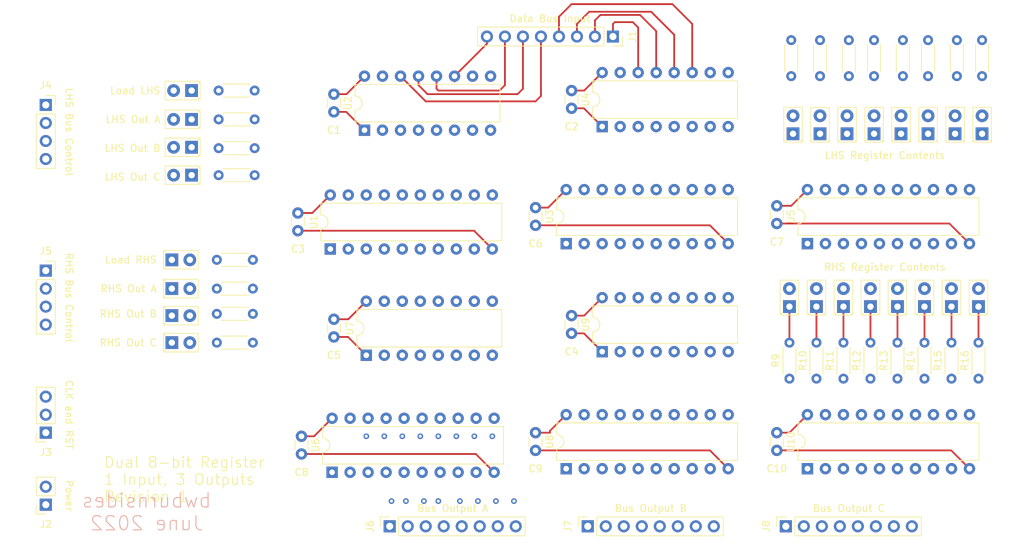
<source format=kicad_pcb>
(kicad_pcb (version 20171130) (host pcbnew "(5.1.10)-1")
  (layers (0 F.Cu signal) (31 B.Cu signal) (34 B.Paste user) (35 F.Paste user) (36 B.SilkS user) (37 F.SilkS user) (38 B.Mask user) (39 F.Mask user) (44 Edge.Cuts user))
  (net 0 "")
  (net 1 VCC)
  (net 2 GND)
  (net 3 /~ASSERT-OUTA_LHS)
  (net 4 /QLHS_7)
  (net 5 /OUTA_0)
  (net 6 /QLHS_6)
  (net 7 /OUTA_1)
  (net 8 /QLHS_5)
  (net 9 /OUTA_2)
  (net 10 /QLHS_4)
  (net 11 /OUTA_3)
  (net 12 /QLHS_3)
  (net 13 /OUTA_4)
  (net 14 /QLHS_2)
  (net 15 /OUTA_5)
  (net 16 /QLHS_1)
  (net 17 /OUTA_6)
  (net 18 /QLHS_0)
  (net 19 /OUTA_7)
  (net 20 /RST)
  (net 21 /~CLK)
  (net 22 /DBUS_4)
  (net 23 /DBUS_5)
  (net 24 /DBUS_6)
  (net 25 /DBUS_7)
  (net 26 /~LOAD_LHS)
  (net 27 /~ASSERT-OUTB_LHS)
  (net 28 /OUTB_0)
  (net 29 /OUTB_1)
  (net 30 /OUTB_2)
  (net 31 /OUTB_3)
  (net 32 /OUTB_4)
  (net 33 /OUTB_5)
  (net 34 /OUTB_6)
  (net 35 /OUTB_7)
  (net 36 /DBUS_0)
  (net 37 /DBUS_1)
  (net 38 /DBUS_2)
  (net 39 /DBUS_3)
  (net 40 /OUTC_7)
  (net 41 /OUTC_6)
  (net 42 /OUTC_5)
  (net 43 /OUTC_4)
  (net 44 /OUTC_3)
  (net 45 /OUTC_2)
  (net 46 /OUTC_1)
  (net 47 /OUTC_0)
  (net 48 /~ASSERT-OUTC_LHS)
  (net 49 /QRHS_0)
  (net 50 /QRHS_1)
  (net 51 /QRHS_2)
  (net 52 /QRHS_3)
  (net 53 /QRHS_4)
  (net 54 /QRHS_5)
  (net 55 /QRHS_6)
  (net 56 /QRHS_7)
  (net 57 /~ASSERT-OUTA_RHS)
  (net 58 /~LOAD_RHS)
  (net 59 /~ASSERT-OUTB_RHS)
  (net 60 /~ASSERT-OUTC_RHS)
  (net 61 "Net-(D1-Pad1)")
  (net 62 "Net-(D2-Pad1)")
  (net 63 "Net-(D3-Pad1)")
  (net 64 "Net-(D4-Pad1)")
  (net 65 "Net-(D5-Pad1)")
  (net 66 "Net-(D6-Pad1)")
  (net 67 "Net-(D7-Pad1)")
  (net 68 "Net-(D8-Pad1)")
  (net 69 "Net-(D9-Pad1)")
  (net 70 "Net-(D10-Pad1)")
  (net 71 "Net-(D11-Pad1)")
  (net 72 "Net-(D12-Pad1)")
  (net 73 "Net-(D13-Pad1)")
  (net 74 "Net-(D14-Pad1)")
  (net 75 "Net-(D15-Pad1)")
  (net 76 "Net-(D16-Pad1)")
  (net 77 "Net-(D17-Pad2)")
  (net 78 "Net-(D18-Pad2)")
  (net 79 "Net-(D19-Pad2)")
  (net 80 "Net-(D20-Pad2)")
  (net 81 "Net-(D21-Pad2)")
  (net 82 "Net-(D22-Pad2)")
  (net 83 "Net-(D23-Pad2)")
  (net 84 "Net-(D24-Pad2)")
  (module Resistor_THT:R_Axial_DIN0204_L3.6mm_D1.6mm_P5.08mm_Horizontal (layer F.Cu) (at 189.484 53.848 270)
    (fp_text reference R1 hide)
    (fp_text value R)
    (pad 2 thru_hole oval (at 5.08 0 270) (size 1.4 1.4) (drill 0.7) (layers *.Cu *.Mask) (net 61 "Net-(D1-Pad1)"))
    (pad 1 thru_hole circle (at 0 0 270) (size 1.4 1.4) (drill 0.7) (layers *.Cu *.Mask) (net 2 GND))
  )
  (module Resistor_THT:R_Axial_DIN0204_L3.6mm_D1.6mm_P5.08mm_Horizontal (layer F.Cu) (at 193.548 53.848 270)
    (fp_text reference R2 hide)
    (fp_text value R)
    (pad 2 thru_hole oval (at 5.08 0 270) (size 1.4 1.4) (drill 0.7) (layers *.Cu *.Mask) (net 62 "Net-(D2-Pad1)"))
    (pad 1 thru_hole circle (at 0 0 270) (size 1.4 1.4) (drill 0.7) (layers *.Cu *.Mask) (net 2 GND))
  )
  (module Resistor_THT:R_Axial_DIN0204_L3.6mm_D1.6mm_P5.08mm_Horizontal (layer F.Cu) (at 201.168 53.848 270)
    (fp_text reference R4 hide)
    (fp_text value R)
    (pad 2 thru_hole oval (at 5.08 0 270) (size 1.4 1.4) (drill 0.7) (layers *.Cu *.Mask) (net 64 "Net-(D4-Pad1)"))
    (pad 1 thru_hole circle (at 0 0 270) (size 1.4 1.4) (drill 0.7) (layers *.Cu *.Mask) (net 2 GND))
  )
  (module Resistor_THT:R_Axial_DIN0204_L3.6mm_D1.6mm_P5.08mm_Horizontal (layer F.Cu) (at 208.788 53.848 270)
    (fp_text reference R6 hide)
    (fp_text value R)
    (pad 2 thru_hole oval (at 5.08 0 270) (size 1.4 1.4) (drill 0.7) (layers *.Cu *.Mask) (net 66 "Net-(D6-Pad1)"))
    (pad 1 thru_hole circle (at 0 0 270) (size 1.4 1.4) (drill 0.7) (layers *.Cu *.Mask) (net 2 GND))
  )
  (module Resistor_THT:R_Axial_DIN0204_L3.6mm_D1.6mm_P5.08mm_Horizontal (layer F.Cu) (at 205.232 53.848 270)
    (fp_text reference R5 hide)
    (fp_text value R)
    (pad 1 thru_hole circle (at 0 0 270) (size 1.4 1.4) (drill 0.7) (layers *.Cu *.Mask) (net 2 GND))
    (pad 2 thru_hole oval (at 5.08 0 270) (size 1.4 1.4) (drill 0.7) (layers *.Cu *.Mask) (net 65 "Net-(D5-Pad1)"))
  )
  (module Resistor_THT:R_Axial_DIN0204_L3.6mm_D1.6mm_P5.08mm_Horizontal (layer F.Cu) (at 197.612 53.848 270)
    (fp_text reference R3 hide)
    (fp_text value R)
    (pad 1 thru_hole circle (at 0 0 270) (size 1.4 1.4) (drill 0.7) (layers *.Cu *.Mask) (net 2 GND))
    (pad 2 thru_hole oval (at 5.08 0 270) (size 1.4 1.4) (drill 0.7) (layers *.Cu *.Mask) (net 63 "Net-(D3-Pad1)"))
  )
  (module Resistor_THT:R_Axial_DIN0204_L3.6mm_D1.6mm_P5.08mm_Horizontal (layer F.Cu) (at 212.852 53.848 270)
    (fp_text reference R7 hide)
    (fp_text value R)
    (pad 1 thru_hole circle (at 0 0 270) (size 1.4 1.4) (drill 0.7) (layers *.Cu *.Mask) (net 2 GND))
    (pad 2 thru_hole oval (at 5.08 0 270) (size 1.4 1.4) (drill 0.7) (layers *.Cu *.Mask) (net 67 "Net-(D7-Pad1)"))
  )
  (module LED_THT:LED_D2.0mm_W4.8mm_H2.5mm_FlatTop (layer F.Cu) (at 189.738 67.056 90)
    (fp_text reference D1 hide)
    (fp_text value LED)
    (pad 1 thru_hole rect (at 0 0 90) (size 1.8 1.8) (drill 0.9) (layers *.Cu *.Mask) (net 61 "Net-(D1-Pad1)"))
    (pad 2 thru_hole circle (at 2.54 0 90) (size 1.8 1.8) (drill 0.9) (layers *.Cu *.Mask) (net 4 /QLHS_7))
  )
  (module LED_THT:LED_D2.0mm_W4.8mm_H2.5mm_FlatTop (layer F.Cu) (at 193.548 67.056 90)
    (fp_text reference D2 hide)
    (fp_text value LED)
    (pad 2 thru_hole circle (at 2.54 0 90) (size 1.8 1.8) (drill 0.9) (layers *.Cu *.Mask) (net 6 /QLHS_6))
    (pad 1 thru_hole rect (at 0 0 90) (size 1.8 1.8) (drill 0.9) (layers *.Cu *.Mask) (net 62 "Net-(D2-Pad1)"))
  )
  (module LED_THT:LED_D2.0mm_W4.8mm_H2.5mm_FlatTop (layer F.Cu) (at 208.788 67.056 90)
    (fp_text reference D6 hide)
    (fp_text value LED)
    (pad 2 thru_hole circle (at 2.54 0 90) (size 1.8 1.8) (drill 0.9) (layers *.Cu *.Mask) (net 14 /QLHS_2))
    (pad 1 thru_hole rect (at 0 0 90) (size 1.8 1.8) (drill 0.9) (layers *.Cu *.Mask) (net 66 "Net-(D6-Pad1)"))
  )
  (module LED_THT:LED_D2.0mm_W4.8mm_H2.5mm_FlatTop (layer F.Cu) (at 201.168 67.056 90)
    (fp_text reference D4 hide)
    (fp_text value LED)
    (pad 2 thru_hole circle (at 2.54 0 90) (size 1.8 1.8) (drill 0.9) (layers *.Cu *.Mask) (net 10 /QLHS_4))
    (pad 1 thru_hole rect (at 0 0 90) (size 1.8 1.8) (drill 0.9) (layers *.Cu *.Mask) (net 64 "Net-(D4-Pad1)"))
  )
  (module LED_THT:LED_D2.0mm_W4.8mm_H2.5mm_FlatTop (layer F.Cu) (at 212.598 67.056 90)
    (fp_text reference D7 hide)
    (fp_text value LED)
    (pad 1 thru_hole rect (at 0 0 90) (size 1.8 1.8) (drill 0.9) (layers *.Cu *.Mask) (net 67 "Net-(D7-Pad1)"))
    (pad 2 thru_hole circle (at 2.54 0 90) (size 1.8 1.8) (drill 0.9) (layers *.Cu *.Mask) (net 16 /QLHS_1))
  )
  (module LED_THT:LED_D2.0mm_W4.8mm_H2.5mm_FlatTop (layer F.Cu) (at 197.358 67.056 90)
    (fp_text reference D3 hide)
    (fp_text value LED)
    (pad 1 thru_hole rect (at 0 0 90) (size 1.8 1.8) (drill 0.9) (layers *.Cu *.Mask) (net 63 "Net-(D3-Pad1)"))
    (pad 2 thru_hole circle (at 2.54 0 90) (size 1.8 1.8) (drill 0.9) (layers *.Cu *.Mask) (net 8 /QLHS_5))
  )
  (module LED_THT:LED_D2.0mm_W4.8mm_H2.5mm_FlatTop (layer F.Cu) (at 204.978 67.056 90)
    (fp_text reference D5 hide)
    (fp_text value LED)
    (pad 1 thru_hole rect (at 0 0 90) (size 1.8 1.8) (drill 0.9) (layers *.Cu *.Mask) (net 65 "Net-(D5-Pad1)"))
    (pad 2 thru_hole circle (at 2.54 0 90) (size 1.8 1.8) (drill 0.9) (layers *.Cu *.Mask) (net 12 /QLHS_3))
  )
  (module Package_DIP:DIP-20_W7.62mm (layer F.Cu) (at 124.46 83.312 90)
    (fp_text reference U1 (at 3.81 -2.33 90) (layer F.SilkS))
    (fp_text value 74AC245)
    (pad 20 thru_hole oval (at 7.62 0 90) (size 1.6 1.6) (drill 0.8) (layers *.Cu *.Mask) (net 1 VCC))
    (pad 10 thru_hole oval (at 0 22.86 90) (size 1.6 1.6) (drill 0.8) (layers *.Cu *.Mask) (net 2 GND))
    (pad 19 thru_hole oval (at 7.62 2.54 90) (size 1.6 1.6) (drill 0.8) (layers *.Cu *.Mask) (net 3 /~ASSERT-OUTA_LHS))
    (pad 9 thru_hole oval (at 0 20.32 90) (size 1.6 1.6) (drill 0.8) (layers *.Cu *.Mask) (net 4 /QLHS_7))
    (pad 18 thru_hole oval (at 7.62 5.08 90) (size 1.6 1.6) (drill 0.8) (layers *.Cu *.Mask) (net 5 /OUTA_0))
    (pad 8 thru_hole oval (at 0 17.78 90) (size 1.6 1.6) (drill 0.8) (layers *.Cu *.Mask) (net 6 /QLHS_6))
    (pad 17 thru_hole oval (at 7.62 7.62 90) (size 1.6 1.6) (drill 0.8) (layers *.Cu *.Mask) (net 7 /OUTA_1))
    (pad 7 thru_hole oval (at 0 15.24 90) (size 1.6 1.6) (drill 0.8) (layers *.Cu *.Mask) (net 8 /QLHS_5))
    (pad 16 thru_hole oval (at 7.62 10.16 90) (size 1.6 1.6) (drill 0.8) (layers *.Cu *.Mask) (net 9 /OUTA_2))
    (pad 6 thru_hole oval (at 0 12.7 90) (size 1.6 1.6) (drill 0.8) (layers *.Cu *.Mask) (net 10 /QLHS_4))
    (pad 15 thru_hole oval (at 7.62 12.7 90) (size 1.6 1.6) (drill 0.8) (layers *.Cu *.Mask) (net 11 /OUTA_3))
    (pad 5 thru_hole oval (at 0 10.16 90) (size 1.6 1.6) (drill 0.8) (layers *.Cu *.Mask) (net 12 /QLHS_3))
    (pad 14 thru_hole oval (at 7.62 15.24 90) (size 1.6 1.6) (drill 0.8) (layers *.Cu *.Mask) (net 13 /OUTA_4))
    (pad 4 thru_hole oval (at 0 7.62 90) (size 1.6 1.6) (drill 0.8) (layers *.Cu *.Mask) (net 14 /QLHS_2))
    (pad 13 thru_hole oval (at 7.62 17.78 90) (size 1.6 1.6) (drill 0.8) (layers *.Cu *.Mask) (net 15 /OUTA_5))
    (pad 3 thru_hole oval (at 0 5.08 90) (size 1.6 1.6) (drill 0.8) (layers *.Cu *.Mask) (net 16 /QLHS_1))
    (pad 12 thru_hole oval (at 7.62 20.32 90) (size 1.6 1.6) (drill 0.8) (layers *.Cu *.Mask) (net 17 /OUTA_6))
    (pad 2 thru_hole oval (at 0 2.54 90) (size 1.6 1.6) (drill 0.8) (layers *.Cu *.Mask) (net 18 /QLHS_0))
    (pad 11 thru_hole oval (at 7.62 22.86 90) (size 1.6 1.6) (drill 0.8) (layers *.Cu *.Mask) (net 19 /OUTA_7))
    (pad 1 thru_hole rect (at 0 0 90) (size 1.6 1.6) (drill 0.8) (layers *.Cu *.Mask) (net 1 VCC))
  )
  (module Package_DIP:DIP-16_W7.62mm (layer F.Cu) (at 129.286 66.548 90)
    (fp_text reference U2 (at 3.81 -2.33 90) (layer F.SilkS))
    (fp_text value 74HC173)
    (pad 16 thru_hole oval (at 7.62 0 90) (size 1.6 1.6) (drill 0.8) (layers *.Cu *.Mask) (net 1 VCC))
    (pad 8 thru_hole oval (at 0 17.78 90) (size 1.6 1.6) (drill 0.8) (layers *.Cu *.Mask) (net 2 GND))
    (pad 15 thru_hole oval (at 7.62 2.54 90) (size 1.6 1.6) (drill 0.8) (layers *.Cu *.Mask) (net 20 /RST))
    (pad 7 thru_hole oval (at 0 15.24 90) (size 1.6 1.6) (drill 0.8) (layers *.Cu *.Mask) (net 21 /~CLK))
    (pad 14 thru_hole oval (at 7.62 5.08 90) (size 1.6 1.6) (drill 0.8) (layers *.Cu *.Mask) (net 22 /DBUS_4))
    (pad 6 thru_hole oval (at 0 12.7 90) (size 1.6 1.6) (drill 0.8) (layers *.Cu *.Mask) (net 4 /QLHS_7))
    (pad 13 thru_hole oval (at 7.62 7.62 90) (size 1.6 1.6) (drill 0.8) (layers *.Cu *.Mask) (net 23 /DBUS_5))
    (pad 5 thru_hole oval (at 0 10.16 90) (size 1.6 1.6) (drill 0.8) (layers *.Cu *.Mask) (net 6 /QLHS_6))
    (pad 12 thru_hole oval (at 7.62 10.16 90) (size 1.6 1.6) (drill 0.8) (layers *.Cu *.Mask) (net 24 /DBUS_6))
    (pad 4 thru_hole oval (at 0 7.62 90) (size 1.6 1.6) (drill 0.8) (layers *.Cu *.Mask) (net 8 /QLHS_5))
    (pad 11 thru_hole oval (at 7.62 12.7 90) (size 1.6 1.6) (drill 0.8) (layers *.Cu *.Mask) (net 25 /DBUS_7))
    (pad 3 thru_hole oval (at 0 5.08 90) (size 1.6 1.6) (drill 0.8) (layers *.Cu *.Mask) (net 10 /QLHS_4))
    (pad 10 thru_hole oval (at 7.62 15.24 90) (size 1.6 1.6) (drill 0.8) (layers *.Cu *.Mask) (net 26 /~LOAD_LHS))
    (pad 2 thru_hole oval (at 0 2.54 90) (size 1.6 1.6) (drill 0.8) (layers *.Cu *.Mask) (net 2 GND))
    (pad 9 thru_hole oval (at 7.62 17.78 90) (size 1.6 1.6) (drill 0.8) (layers *.Cu *.Mask) (net 26 /~LOAD_LHS))
    (pad 1 thru_hole rect (at 0 0 90) (size 1.6 1.6) (drill 0.8) (layers *.Cu *.Mask) (net 2 GND))
  )
  (module Package_DIP:DIP-20_W7.62mm (layer F.Cu) (at 157.734 82.55 90)
    (fp_text reference U3 (at 3.81 -2.33 90) (layer F.SilkS))
    (fp_text value 74AC245)
    (pad 20 thru_hole oval (at 7.62 0 90) (size 1.6 1.6) (drill 0.8) (layers *.Cu *.Mask) (net 1 VCC))
    (pad 10 thru_hole oval (at 0 22.86 90) (size 1.6 1.6) (drill 0.8) (layers *.Cu *.Mask) (net 2 GND))
    (pad 19 thru_hole oval (at 7.62 2.54 90) (size 1.6 1.6) (drill 0.8) (layers *.Cu *.Mask) (net 27 /~ASSERT-OUTB_LHS))
    (pad 9 thru_hole oval (at 0 20.32 90) (size 1.6 1.6) (drill 0.8) (layers *.Cu *.Mask) (net 4 /QLHS_7))
    (pad 18 thru_hole oval (at 7.62 5.08 90) (size 1.6 1.6) (drill 0.8) (layers *.Cu *.Mask) (net 28 /OUTB_0))
    (pad 8 thru_hole oval (at 0 17.78 90) (size 1.6 1.6) (drill 0.8) (layers *.Cu *.Mask) (net 6 /QLHS_6))
    (pad 17 thru_hole oval (at 7.62 7.62 90) (size 1.6 1.6) (drill 0.8) (layers *.Cu *.Mask) (net 29 /OUTB_1))
    (pad 7 thru_hole oval (at 0 15.24 90) (size 1.6 1.6) (drill 0.8) (layers *.Cu *.Mask) (net 8 /QLHS_5))
    (pad 16 thru_hole oval (at 7.62 10.16 90) (size 1.6 1.6) (drill 0.8) (layers *.Cu *.Mask) (net 30 /OUTB_2))
    (pad 6 thru_hole oval (at 0 12.7 90) (size 1.6 1.6) (drill 0.8) (layers *.Cu *.Mask) (net 10 /QLHS_4))
    (pad 15 thru_hole oval (at 7.62 12.7 90) (size 1.6 1.6) (drill 0.8) (layers *.Cu *.Mask) (net 31 /OUTB_3))
    (pad 5 thru_hole oval (at 0 10.16 90) (size 1.6 1.6) (drill 0.8) (layers *.Cu *.Mask) (net 12 /QLHS_3))
    (pad 14 thru_hole oval (at 7.62 15.24 90) (size 1.6 1.6) (drill 0.8) (layers *.Cu *.Mask) (net 32 /OUTB_4))
    (pad 4 thru_hole oval (at 0 7.62 90) (size 1.6 1.6) (drill 0.8) (layers *.Cu *.Mask) (net 14 /QLHS_2))
    (pad 13 thru_hole oval (at 7.62 17.78 90) (size 1.6 1.6) (drill 0.8) (layers *.Cu *.Mask) (net 33 /OUTB_5))
    (pad 3 thru_hole oval (at 0 5.08 90) (size 1.6 1.6) (drill 0.8) (layers *.Cu *.Mask) (net 16 /QLHS_1))
    (pad 12 thru_hole oval (at 7.62 20.32 90) (size 1.6 1.6) (drill 0.8) (layers *.Cu *.Mask) (net 34 /OUTB_6))
    (pad 2 thru_hole oval (at 0 2.54 90) (size 1.6 1.6) (drill 0.8) (layers *.Cu *.Mask) (net 18 /QLHS_0))
    (pad 11 thru_hole oval (at 7.62 22.86 90) (size 1.6 1.6) (drill 0.8) (layers *.Cu *.Mask) (net 35 /OUTB_7))
    (pad 1 thru_hole rect (at 0 0 90) (size 1.6 1.6) (drill 0.8) (layers *.Cu *.Mask) (net 1 VCC))
  )
  (module Package_DIP:DIP-16_W7.62mm (layer F.Cu) (at 162.814 66.04 90)
    (fp_text reference U4 (at 3.81 -2.33 90) (layer F.SilkS))
    (fp_text value 74HC173)
    (pad 16 thru_hole oval (at 7.62 0 90) (size 1.6 1.6) (drill 0.8) (layers *.Cu *.Mask) (net 1 VCC))
    (pad 8 thru_hole oval (at 0 17.78 90) (size 1.6 1.6) (drill 0.8) (layers *.Cu *.Mask) (net 2 GND))
    (pad 15 thru_hole oval (at 7.62 2.54 90) (size 1.6 1.6) (drill 0.8) (layers *.Cu *.Mask) (net 20 /RST))
    (pad 7 thru_hole oval (at 0 15.24 90) (size 1.6 1.6) (drill 0.8) (layers *.Cu *.Mask) (net 21 /~CLK))
    (pad 14 thru_hole oval (at 7.62 5.08 90) (size 1.6 1.6) (drill 0.8) (layers *.Cu *.Mask) (net 36 /DBUS_0))
    (pad 6 thru_hole oval (at 0 12.7 90) (size 1.6 1.6) (drill 0.8) (layers *.Cu *.Mask) (net 12 /QLHS_3))
    (pad 13 thru_hole oval (at 7.62 7.62 90) (size 1.6 1.6) (drill 0.8) (layers *.Cu *.Mask) (net 37 /DBUS_1))
    (pad 5 thru_hole oval (at 0 10.16 90) (size 1.6 1.6) (drill 0.8) (layers *.Cu *.Mask) (net 14 /QLHS_2))
    (pad 12 thru_hole oval (at 7.62 10.16 90) (size 1.6 1.6) (drill 0.8) (layers *.Cu *.Mask) (net 38 /DBUS_2))
    (pad 4 thru_hole oval (at 0 7.62 90) (size 1.6 1.6) (drill 0.8) (layers *.Cu *.Mask) (net 16 /QLHS_1))
    (pad 11 thru_hole oval (at 7.62 12.7 90) (size 1.6 1.6) (drill 0.8) (layers *.Cu *.Mask) (net 39 /DBUS_3))
    (pad 3 thru_hole oval (at 0 5.08 90) (size 1.6 1.6) (drill 0.8) (layers *.Cu *.Mask) (net 18 /QLHS_0))
    (pad 10 thru_hole oval (at 7.62 15.24 90) (size 1.6 1.6) (drill 0.8) (layers *.Cu *.Mask) (net 26 /~LOAD_LHS))
    (pad 2 thru_hole oval (at 0 2.54 90) (size 1.6 1.6) (drill 0.8) (layers *.Cu *.Mask) (net 2 GND))
    (pad 9 thru_hole oval (at 7.62 17.78 90) (size 1.6 1.6) (drill 0.8) (layers *.Cu *.Mask) (net 26 /~LOAD_LHS))
    (pad 1 thru_hole rect (at 0 0 90) (size 1.6 1.6) (drill 0.8) (layers *.Cu *.Mask) (net 2 GND))
  )
  (module Package_DIP:DIP-20_W7.62mm (layer F.Cu) (at 191.77 82.55 90)
    (fp_text reference U5 (at 3.81 -2.33 90) (layer F.SilkS))
    (fp_text value 74AC245)
    (pad 1 thru_hole rect (at 0 0 90) (size 1.6 1.6) (drill 0.8) (layers *.Cu *.Mask) (net 1 VCC))
    (pad 11 thru_hole oval (at 7.62 22.86 90) (size 1.6 1.6) (drill 0.8) (layers *.Cu *.Mask) (net 40 /OUTC_7))
    (pad 2 thru_hole oval (at 0 2.54 90) (size 1.6 1.6) (drill 0.8) (layers *.Cu *.Mask) (net 18 /QLHS_0))
    (pad 12 thru_hole oval (at 7.62 20.32 90) (size 1.6 1.6) (drill 0.8) (layers *.Cu *.Mask) (net 41 /OUTC_6))
    (pad 3 thru_hole oval (at 0 5.08 90) (size 1.6 1.6) (drill 0.8) (layers *.Cu *.Mask) (net 16 /QLHS_1))
    (pad 13 thru_hole oval (at 7.62 17.78 90) (size 1.6 1.6) (drill 0.8) (layers *.Cu *.Mask) (net 42 /OUTC_5))
    (pad 4 thru_hole oval (at 0 7.62 90) (size 1.6 1.6) (drill 0.8) (layers *.Cu *.Mask) (net 14 /QLHS_2))
    (pad 14 thru_hole oval (at 7.62 15.24 90) (size 1.6 1.6) (drill 0.8) (layers *.Cu *.Mask) (net 43 /OUTC_4))
    (pad 5 thru_hole oval (at 0 10.16 90) (size 1.6 1.6) (drill 0.8) (layers *.Cu *.Mask) (net 12 /QLHS_3))
    (pad 15 thru_hole oval (at 7.62 12.7 90) (size 1.6 1.6) (drill 0.8) (layers *.Cu *.Mask) (net 44 /OUTC_3))
    (pad 6 thru_hole oval (at 0 12.7 90) (size 1.6 1.6) (drill 0.8) (layers *.Cu *.Mask) (net 10 /QLHS_4))
    (pad 16 thru_hole oval (at 7.62 10.16 90) (size 1.6 1.6) (drill 0.8) (layers *.Cu *.Mask) (net 45 /OUTC_2))
    (pad 7 thru_hole oval (at 0 15.24 90) (size 1.6 1.6) (drill 0.8) (layers *.Cu *.Mask) (net 8 /QLHS_5))
    (pad 17 thru_hole oval (at 7.62 7.62 90) (size 1.6 1.6) (drill 0.8) (layers *.Cu *.Mask) (net 46 /OUTC_1))
    (pad 8 thru_hole oval (at 0 17.78 90) (size 1.6 1.6) (drill 0.8) (layers *.Cu *.Mask) (net 6 /QLHS_6))
    (pad 18 thru_hole oval (at 7.62 5.08 90) (size 1.6 1.6) (drill 0.8) (layers *.Cu *.Mask) (net 47 /OUTC_0))
    (pad 9 thru_hole oval (at 0 20.32 90) (size 1.6 1.6) (drill 0.8) (layers *.Cu *.Mask) (net 4 /QLHS_7))
    (pad 19 thru_hole oval (at 7.62 2.54 90) (size 1.6 1.6) (drill 0.8) (layers *.Cu *.Mask) (net 48 /~ASSERT-OUTC_LHS))
    (pad 10 thru_hole oval (at 0 22.86 90) (size 1.6 1.6) (drill 0.8) (layers *.Cu *.Mask) (net 2 GND))
    (pad 20 thru_hole oval (at 7.62 0 90) (size 1.6 1.6) (drill 0.8) (layers *.Cu *.Mask) (net 1 VCC))
  )
  (module Package_DIP:DIP-20_W7.62mm (layer F.Cu) (at 124.714 114.808 90)
    (fp_text reference U6 (at 3.81 -2.33 90) (layer F.SilkS))
    (fp_text value 74AC245)
    (pad 1 thru_hole rect (at 0 0 90) (size 1.6 1.6) (drill 0.8) (layers *.Cu *.Mask) (net 1 VCC))
    (pad 11 thru_hole oval (at 7.62 22.86 90) (size 1.6 1.6) (drill 0.8) (layers *.Cu *.Mask) (net 19 /OUTA_7))
    (pad 2 thru_hole oval (at 0 2.54 90) (size 1.6 1.6) (drill 0.8) (layers *.Cu *.Mask) (net 49 /QRHS_0))
    (pad 12 thru_hole oval (at 7.62 20.32 90) (size 1.6 1.6) (drill 0.8) (layers *.Cu *.Mask) (net 17 /OUTA_6))
    (pad 3 thru_hole oval (at 0 5.08 90) (size 1.6 1.6) (drill 0.8) (layers *.Cu *.Mask) (net 50 /QRHS_1))
    (pad 13 thru_hole oval (at 7.62 17.78 90) (size 1.6 1.6) (drill 0.8) (layers *.Cu *.Mask) (net 15 /OUTA_5))
    (pad 4 thru_hole oval (at 0 7.62 90) (size 1.6 1.6) (drill 0.8) (layers *.Cu *.Mask) (net 51 /QRHS_2))
    (pad 14 thru_hole oval (at 7.62 15.24 90) (size 1.6 1.6) (drill 0.8) (layers *.Cu *.Mask) (net 13 /OUTA_4))
    (pad 5 thru_hole oval (at 0 10.16 90) (size 1.6 1.6) (drill 0.8) (layers *.Cu *.Mask) (net 52 /QRHS_3))
    (pad 15 thru_hole oval (at 7.62 12.7 90) (size 1.6 1.6) (drill 0.8) (layers *.Cu *.Mask) (net 11 /OUTA_3))
    (pad 6 thru_hole oval (at 0 12.7 90) (size 1.6 1.6) (drill 0.8) (layers *.Cu *.Mask) (net 53 /QRHS_4))
    (pad 16 thru_hole oval (at 7.62 10.16 90) (size 1.6 1.6) (drill 0.8) (layers *.Cu *.Mask) (net 9 /OUTA_2))
    (pad 7 thru_hole oval (at 0 15.24 90) (size 1.6 1.6) (drill 0.8) (layers *.Cu *.Mask) (net 54 /QRHS_5))
    (pad 17 thru_hole oval (at 7.62 7.62 90) (size 1.6 1.6) (drill 0.8) (layers *.Cu *.Mask) (net 7 /OUTA_1))
    (pad 8 thru_hole oval (at 0 17.78 90) (size 1.6 1.6) (drill 0.8) (layers *.Cu *.Mask) (net 55 /QRHS_6))
    (pad 18 thru_hole oval (at 7.62 5.08 90) (size 1.6 1.6) (drill 0.8) (layers *.Cu *.Mask) (net 5 /OUTA_0))
    (pad 9 thru_hole oval (at 0 20.32 90) (size 1.6 1.6) (drill 0.8) (layers *.Cu *.Mask) (net 56 /QRHS_7))
    (pad 19 thru_hole oval (at 7.62 2.54 90) (size 1.6 1.6) (drill 0.8) (layers *.Cu *.Mask) (net 57 /~ASSERT-OUTA_RHS))
    (pad 10 thru_hole oval (at 0 22.86 90) (size 1.6 1.6) (drill 0.8) (layers *.Cu *.Mask) (net 2 GND))
    (pad 20 thru_hole oval (at 7.62 0 90) (size 1.6 1.6) (drill 0.8) (layers *.Cu *.Mask) (net 1 VCC))
  )
  (module Package_DIP:DIP-16_W7.62mm (layer F.Cu) (at 129.54 98.298 90)
    (fp_text reference U7 (at 3.81 -2.33 90) (layer F.SilkS))
    (fp_text value 74HC173)
    (pad 1 thru_hole rect (at 0 0 90) (size 1.6 1.6) (drill 0.8) (layers *.Cu *.Mask) (net 2 GND))
    (pad 9 thru_hole oval (at 7.62 17.78 90) (size 1.6 1.6) (drill 0.8) (layers *.Cu *.Mask) (net 58 /~LOAD_RHS))
    (pad 2 thru_hole oval (at 0 2.54 90) (size 1.6 1.6) (drill 0.8) (layers *.Cu *.Mask) (net 2 GND))
    (pad 10 thru_hole oval (at 7.62 15.24 90) (size 1.6 1.6) (drill 0.8) (layers *.Cu *.Mask) (net 58 /~LOAD_RHS))
    (pad 3 thru_hole oval (at 0 5.08 90) (size 1.6 1.6) (drill 0.8) (layers *.Cu *.Mask) (net 53 /QRHS_4))
    (pad 11 thru_hole oval (at 7.62 12.7 90) (size 1.6 1.6) (drill 0.8) (layers *.Cu *.Mask) (net 25 /DBUS_7))
    (pad 4 thru_hole oval (at 0 7.62 90) (size 1.6 1.6) (drill 0.8) (layers *.Cu *.Mask) (net 54 /QRHS_5))
    (pad 12 thru_hole oval (at 7.62 10.16 90) (size 1.6 1.6) (drill 0.8) (layers *.Cu *.Mask) (net 24 /DBUS_6))
    (pad 5 thru_hole oval (at 0 10.16 90) (size 1.6 1.6) (drill 0.8) (layers *.Cu *.Mask) (net 55 /QRHS_6))
    (pad 13 thru_hole oval (at 7.62 7.62 90) (size 1.6 1.6) (drill 0.8) (layers *.Cu *.Mask) (net 23 /DBUS_5))
    (pad 6 thru_hole oval (at 0 12.7 90) (size 1.6 1.6) (drill 0.8) (layers *.Cu *.Mask) (net 56 /QRHS_7))
    (pad 14 thru_hole oval (at 7.62 5.08 90) (size 1.6 1.6) (drill 0.8) (layers *.Cu *.Mask) (net 22 /DBUS_4))
    (pad 7 thru_hole oval (at 0 15.24 90) (size 1.6 1.6) (drill 0.8) (layers *.Cu *.Mask) (net 21 /~CLK))
    (pad 15 thru_hole oval (at 7.62 2.54 90) (size 1.6 1.6) (drill 0.8) (layers *.Cu *.Mask) (net 20 /RST))
    (pad 8 thru_hole oval (at 0 17.78 90) (size 1.6 1.6) (drill 0.8) (layers *.Cu *.Mask) (net 2 GND))
    (pad 16 thru_hole oval (at 7.62 0 90) (size 1.6 1.6) (drill 0.8) (layers *.Cu *.Mask) (net 1 VCC))
  )
  (module Package_DIP:DIP-20_W7.62mm (layer F.Cu) (at 157.734 114.3 90)
    (fp_text reference U8 (at 3.81 -2.33 90) (layer F.SilkS))
    (fp_text value 74AC245)
    (pad 1 thru_hole rect (at 0 0 90) (size 1.6 1.6) (drill 0.8) (layers *.Cu *.Mask) (net 1 VCC))
    (pad 11 thru_hole oval (at 7.62 22.86 90) (size 1.6 1.6) (drill 0.8) (layers *.Cu *.Mask) (net 35 /OUTB_7))
    (pad 2 thru_hole oval (at 0 2.54 90) (size 1.6 1.6) (drill 0.8) (layers *.Cu *.Mask) (net 49 /QRHS_0))
    (pad 12 thru_hole oval (at 7.62 20.32 90) (size 1.6 1.6) (drill 0.8) (layers *.Cu *.Mask) (net 34 /OUTB_6))
    (pad 3 thru_hole oval (at 0 5.08 90) (size 1.6 1.6) (drill 0.8) (layers *.Cu *.Mask) (net 50 /QRHS_1))
    (pad 13 thru_hole oval (at 7.62 17.78 90) (size 1.6 1.6) (drill 0.8) (layers *.Cu *.Mask) (net 33 /OUTB_5))
    (pad 4 thru_hole oval (at 0 7.62 90) (size 1.6 1.6) (drill 0.8) (layers *.Cu *.Mask) (net 51 /QRHS_2))
    (pad 14 thru_hole oval (at 7.62 15.24 90) (size 1.6 1.6) (drill 0.8) (layers *.Cu *.Mask) (net 32 /OUTB_4))
    (pad 5 thru_hole oval (at 0 10.16 90) (size 1.6 1.6) (drill 0.8) (layers *.Cu *.Mask) (net 52 /QRHS_3))
    (pad 15 thru_hole oval (at 7.62 12.7 90) (size 1.6 1.6) (drill 0.8) (layers *.Cu *.Mask) (net 31 /OUTB_3))
    (pad 6 thru_hole oval (at 0 12.7 90) (size 1.6 1.6) (drill 0.8) (layers *.Cu *.Mask) (net 53 /QRHS_4))
    (pad 16 thru_hole oval (at 7.62 10.16 90) (size 1.6 1.6) (drill 0.8) (layers *.Cu *.Mask) (net 30 /OUTB_2))
    (pad 7 thru_hole oval (at 0 15.24 90) (size 1.6 1.6) (drill 0.8) (layers *.Cu *.Mask) (net 54 /QRHS_5))
    (pad 17 thru_hole oval (at 7.62 7.62 90) (size 1.6 1.6) (drill 0.8) (layers *.Cu *.Mask) (net 29 /OUTB_1))
    (pad 8 thru_hole oval (at 0 17.78 90) (size 1.6 1.6) (drill 0.8) (layers *.Cu *.Mask) (net 55 /QRHS_6))
    (pad 18 thru_hole oval (at 7.62 5.08 90) (size 1.6 1.6) (drill 0.8) (layers *.Cu *.Mask) (net 28 /OUTB_0))
    (pad 9 thru_hole oval (at 0 20.32 90) (size 1.6 1.6) (drill 0.8) (layers *.Cu *.Mask) (net 56 /QRHS_7))
    (pad 19 thru_hole oval (at 7.62 2.54 90) (size 1.6 1.6) (drill 0.8) (layers *.Cu *.Mask) (net 59 /~ASSERT-OUTB_RHS))
    (pad 10 thru_hole oval (at 0 22.86 90) (size 1.6 1.6) (drill 0.8) (layers *.Cu *.Mask) (net 2 GND))
    (pad 20 thru_hole oval (at 7.62 0 90) (size 1.6 1.6) (drill 0.8) (layers *.Cu *.Mask) (net 1 VCC))
  )
  (module Package_DIP:DIP-16_W7.62mm (layer F.Cu) (at 162.814 97.79 90)
    (fp_text reference U9 (at 3.81 -2.33 90) (layer F.SilkS))
    (fp_text value 74HC173)
    (pad 1 thru_hole rect (at 0 0 90) (size 1.6 1.6) (drill 0.8) (layers *.Cu *.Mask) (net 2 GND))
    (pad 9 thru_hole oval (at 7.62 17.78 90) (size 1.6 1.6) (drill 0.8) (layers *.Cu *.Mask) (net 58 /~LOAD_RHS))
    (pad 2 thru_hole oval (at 0 2.54 90) (size 1.6 1.6) (drill 0.8) (layers *.Cu *.Mask) (net 2 GND))
    (pad 10 thru_hole oval (at 7.62 15.24 90) (size 1.6 1.6) (drill 0.8) (layers *.Cu *.Mask) (net 58 /~LOAD_RHS))
    (pad 3 thru_hole oval (at 0 5.08 90) (size 1.6 1.6) (drill 0.8) (layers *.Cu *.Mask) (net 49 /QRHS_0))
    (pad 11 thru_hole oval (at 7.62 12.7 90) (size 1.6 1.6) (drill 0.8) (layers *.Cu *.Mask) (net 39 /DBUS_3))
    (pad 4 thru_hole oval (at 0 7.62 90) (size 1.6 1.6) (drill 0.8) (layers *.Cu *.Mask) (net 50 /QRHS_1))
    (pad 12 thru_hole oval (at 7.62 10.16 90) (size 1.6 1.6) (drill 0.8) (layers *.Cu *.Mask) (net 38 /DBUS_2))
    (pad 5 thru_hole oval (at 0 10.16 90) (size 1.6 1.6) (drill 0.8) (layers *.Cu *.Mask) (net 51 /QRHS_2))
    (pad 13 thru_hole oval (at 7.62 7.62 90) (size 1.6 1.6) (drill 0.8) (layers *.Cu *.Mask) (net 37 /DBUS_1))
    (pad 6 thru_hole oval (at 0 12.7 90) (size 1.6 1.6) (drill 0.8) (layers *.Cu *.Mask) (net 52 /QRHS_3))
    (pad 14 thru_hole oval (at 7.62 5.08 90) (size 1.6 1.6) (drill 0.8) (layers *.Cu *.Mask) (net 36 /DBUS_0))
    (pad 7 thru_hole oval (at 0 15.24 90) (size 1.6 1.6) (drill 0.8) (layers *.Cu *.Mask) (net 21 /~CLK))
    (pad 15 thru_hole oval (at 7.62 2.54 90) (size 1.6 1.6) (drill 0.8) (layers *.Cu *.Mask) (net 20 /RST))
    (pad 8 thru_hole oval (at 0 17.78 90) (size 1.6 1.6) (drill 0.8) (layers *.Cu *.Mask) (net 2 GND))
    (pad 16 thru_hole oval (at 7.62 0 90) (size 1.6 1.6) (drill 0.8) (layers *.Cu *.Mask) (net 1 VCC))
  )
  (module Package_DIP:DIP-20_W7.62mm (layer F.Cu) (at 191.77 114.3 90)
    (fp_text reference U10 (at 3.81 -2.33 90) (layer F.SilkS))
    (fp_text value 74AC245)
    (pad 20 thru_hole oval (at 7.62 0 90) (size 1.6 1.6) (drill 0.8) (layers *.Cu *.Mask) (net 1 VCC))
    (pad 10 thru_hole oval (at 0 22.86 90) (size 1.6 1.6) (drill 0.8) (layers *.Cu *.Mask) (net 2 GND))
    (pad 19 thru_hole oval (at 7.62 2.54 90) (size 1.6 1.6) (drill 0.8) (layers *.Cu *.Mask) (net 60 /~ASSERT-OUTC_RHS))
    (pad 9 thru_hole oval (at 0 20.32 90) (size 1.6 1.6) (drill 0.8) (layers *.Cu *.Mask) (net 56 /QRHS_7))
    (pad 18 thru_hole oval (at 7.62 5.08 90) (size 1.6 1.6) (drill 0.8) (layers *.Cu *.Mask) (net 47 /OUTC_0))
    (pad 8 thru_hole oval (at 0 17.78 90) (size 1.6 1.6) (drill 0.8) (layers *.Cu *.Mask) (net 55 /QRHS_6))
    (pad 17 thru_hole oval (at 7.62 7.62 90) (size 1.6 1.6) (drill 0.8) (layers *.Cu *.Mask) (net 46 /OUTC_1))
    (pad 7 thru_hole oval (at 0 15.24 90) (size 1.6 1.6) (drill 0.8) (layers *.Cu *.Mask) (net 54 /QRHS_5))
    (pad 16 thru_hole oval (at 7.62 10.16 90) (size 1.6 1.6) (drill 0.8) (layers *.Cu *.Mask) (net 45 /OUTC_2))
    (pad 6 thru_hole oval (at 0 12.7 90) (size 1.6 1.6) (drill 0.8) (layers *.Cu *.Mask) (net 53 /QRHS_4))
    (pad 15 thru_hole oval (at 7.62 12.7 90) (size 1.6 1.6) (drill 0.8) (layers *.Cu *.Mask) (net 44 /OUTC_3))
    (pad 5 thru_hole oval (at 0 10.16 90) (size 1.6 1.6) (drill 0.8) (layers *.Cu *.Mask) (net 52 /QRHS_3))
    (pad 14 thru_hole oval (at 7.62 15.24 90) (size 1.6 1.6) (drill 0.8) (layers *.Cu *.Mask) (net 43 /OUTC_4))
    (pad 4 thru_hole oval (at 0 7.62 90) (size 1.6 1.6) (drill 0.8) (layers *.Cu *.Mask) (net 51 /QRHS_2))
    (pad 13 thru_hole oval (at 7.62 17.78 90) (size 1.6 1.6) (drill 0.8) (layers *.Cu *.Mask) (net 42 /OUTC_5))
    (pad 3 thru_hole oval (at 0 5.08 90) (size 1.6 1.6) (drill 0.8) (layers *.Cu *.Mask) (net 50 /QRHS_1))
    (pad 12 thru_hole oval (at 7.62 20.32 90) (size 1.6 1.6) (drill 0.8) (layers *.Cu *.Mask) (net 41 /OUTC_6))
    (pad 2 thru_hole oval (at 0 2.54 90) (size 1.6 1.6) (drill 0.8) (layers *.Cu *.Mask) (net 49 /QRHS_0))
    (pad 11 thru_hole oval (at 7.62 22.86 90) (size 1.6 1.6) (drill 0.8) (layers *.Cu *.Mask) (net 40 /OUTC_7))
    (pad 1 thru_hole rect (at 0 0 90) (size 1.6 1.6) (drill 0.8) (layers *.Cu *.Mask) (net 1 VCC))
  )
  (module Resistor_THT:R_Axial_DIN0204_L3.6mm_D1.6mm_P5.08mm_Horizontal (layer F.Cu) (at 216.408 53.848 270)
    (fp_text reference R8 hide)
    (fp_text value R)
    (pad 1 thru_hole circle (at 0 0 270) (size 1.4 1.4) (drill 0.7) (layers *.Cu *.Mask) (net 2 GND))
    (pad 2 thru_hole oval (at 5.08 0 270) (size 1.4 1.4) (drill 0.7) (layers *.Cu *.Mask) (net 68 "Net-(D8-Pad1)"))
  )
  (module Resistor_THT:R_Axial_DIN0204_L3.6mm_D1.6mm_P5.08mm_Horizontal (layer F.Cu) (at 189.23 101.6 90)
    (fp_text reference R9 (at 2.54 -1.92 90) (layer F.SilkS))
    (fp_text value R)
    (pad 2 thru_hole oval (at 5.08 0 90) (size 1.4 1.4) (drill 0.7) (layers *.Cu *.Mask) (net 69 "Net-(D9-Pad1)"))
    (pad 1 thru_hole circle (at 0 0 90) (size 1.4 1.4) (drill 0.7) (layers *.Cu *.Mask) (net 2 GND))
  )
  (module Resistor_THT:R_Axial_DIN0204_L3.6mm_D1.6mm_P5.08mm_Horizontal (layer F.Cu) (at 193.04 101.6 90)
    (fp_text reference R10 (at 2.54 -1.92 90) (layer F.SilkS))
    (fp_text value R)
    (pad 1 thru_hole circle (at 0 0 90) (size 1.4 1.4) (drill 0.7) (layers *.Cu *.Mask) (net 2 GND))
    (pad 2 thru_hole oval (at 5.08 0 90) (size 1.4 1.4) (drill 0.7) (layers *.Cu *.Mask) (net 70 "Net-(D10-Pad1)"))
  )
  (module Resistor_THT:R_Axial_DIN0204_L3.6mm_D1.6mm_P5.08mm_Horizontal (layer F.Cu) (at 196.85 101.6 90)
    (fp_text reference R11 (at 2.54 -1.92 90) (layer F.SilkS))
    (fp_text value R)
    (pad 2 thru_hole oval (at 5.08 0 90) (size 1.4 1.4) (drill 0.7) (layers *.Cu *.Mask) (net 71 "Net-(D11-Pad1)"))
    (pad 1 thru_hole circle (at 0 0 90) (size 1.4 1.4) (drill 0.7) (layers *.Cu *.Mask) (net 2 GND))
  )
  (module Resistor_THT:R_Axial_DIN0204_L3.6mm_D1.6mm_P5.08mm_Horizontal (layer F.Cu) (at 200.66 101.6 90)
    (fp_text reference R12 (at 2.54 -1.92 90) (layer F.SilkS))
    (fp_text value R)
    (pad 1 thru_hole circle (at 0 0 90) (size 1.4 1.4) (drill 0.7) (layers *.Cu *.Mask) (net 2 GND))
    (pad 2 thru_hole oval (at 5.08 0 90) (size 1.4 1.4) (drill 0.7) (layers *.Cu *.Mask) (net 72 "Net-(D12-Pad1)"))
  )
  (module Resistor_THT:R_Axial_DIN0204_L3.6mm_D1.6mm_P5.08mm_Horizontal (layer F.Cu) (at 204.47 101.6 90)
    (fp_text reference R13 (at 2.54 -1.92 90) (layer F.SilkS))
    (fp_text value R)
    (pad 2 thru_hole oval (at 5.08 0 90) (size 1.4 1.4) (drill 0.7) (layers *.Cu *.Mask) (net 73 "Net-(D13-Pad1)"))
    (pad 1 thru_hole circle (at 0 0 90) (size 1.4 1.4) (drill 0.7) (layers *.Cu *.Mask) (net 2 GND))
  )
  (module Resistor_THT:R_Axial_DIN0204_L3.6mm_D1.6mm_P5.08mm_Horizontal (layer F.Cu) (at 208.28 101.6 90)
    (fp_text reference R14 (at 2.54 -1.92 90) (layer F.SilkS))
    (fp_text value R)
    (pad 1 thru_hole circle (at 0 0 90) (size 1.4 1.4) (drill 0.7) (layers *.Cu *.Mask) (net 2 GND))
    (pad 2 thru_hole oval (at 5.08 0 90) (size 1.4 1.4) (drill 0.7) (layers *.Cu *.Mask) (net 74 "Net-(D14-Pad1)"))
  )
  (module Resistor_THT:R_Axial_DIN0204_L3.6mm_D1.6mm_P5.08mm_Horizontal (layer F.Cu) (at 212.09 101.6 90)
    (fp_text reference R15 (at 2.54 -1.92 90) (layer F.SilkS))
    (fp_text value R)
    (pad 2 thru_hole oval (at 5.08 0 90) (size 1.4 1.4) (drill 0.7) (layers *.Cu *.Mask) (net 75 "Net-(D15-Pad1)"))
    (pad 1 thru_hole circle (at 0 0 90) (size 1.4 1.4) (drill 0.7) (layers *.Cu *.Mask) (net 2 GND))
  )
  (module Resistor_THT:R_Axial_DIN0204_L3.6mm_D1.6mm_P5.08mm_Horizontal (layer F.Cu) (at 215.9 101.6 90)
    (fp_text reference R16 (at 2.54 -1.92 90) (layer F.SilkS))
    (fp_text value R)
    (pad 1 thru_hole circle (at 0 0 90) (size 1.4 1.4) (drill 0.7) (layers *.Cu *.Mask) (net 2 GND))
    (pad 2 thru_hole oval (at 5.08 0 90) (size 1.4 1.4) (drill 0.7) (layers *.Cu *.Mask) (net 76 "Net-(D16-Pad1)"))
  )
  (module Capacitor_THT:C_Disc_D3.0mm_W1.6mm_P2.50mm (layer F.Cu) (at 124.968 61.468 270)
    (fp_text reference C1 (at 5.08 0 180) (layer F.SilkS))
    (fp_text value C)
    (pad 1 thru_hole circle (at 0 0 270) (size 1.6 1.6) (drill 0.8) (layers *.Cu *.Mask) (net 1 VCC))
    (pad 2 thru_hole circle (at 2.5 0 270) (size 1.6 1.6) (drill 0.8) (layers *.Cu *.Mask) (net 2 GND))
  )
  (module Capacitor_THT:C_Disc_D3.0mm_W1.6mm_P2.50mm (layer F.Cu) (at 158.496 60.96 270)
    (fp_text reference C2 (at 5.08 0 180) (layer F.SilkS))
    (fp_text value C)
    (pad 2 thru_hole circle (at 2.5 0 270) (size 1.6 1.6) (drill 0.8) (layers *.Cu *.Mask) (net 2 GND))
    (pad 1 thru_hole circle (at 0 0 270) (size 1.6 1.6) (drill 0.8) (layers *.Cu *.Mask) (net 1 VCC))
  )
  (module Capacitor_THT:C_Disc_D3.0mm_W1.6mm_P2.50mm (layer F.Cu) (at 119.888 78.232 270)
    (fp_text reference C3 (at 5.08 0 180) (layer F.SilkS))
    (fp_text value C)
    (pad 1 thru_hole circle (at 0 0 270) (size 1.6 1.6) (drill 0.8) (layers *.Cu *.Mask) (net 1 VCC))
    (pad 2 thru_hole circle (at 2.5 0 270) (size 1.6 1.6) (drill 0.8) (layers *.Cu *.Mask) (net 2 GND))
  )
  (module Capacitor_THT:C_Disc_D3.0mm_W1.6mm_P2.50mm (layer F.Cu) (at 158.496 92.71 270)
    (fp_text reference C4 (at 5.08 0 180) (layer F.SilkS))
    (fp_text value C)
    (pad 1 thru_hole circle (at 0 0 270) (size 1.6 1.6) (drill 0.8) (layers *.Cu *.Mask) (net 1 VCC))
    (pad 2 thru_hole circle (at 2.5 0 270) (size 1.6 1.6) (drill 0.8) (layers *.Cu *.Mask) (net 2 GND))
  )
  (module Capacitor_THT:C_Disc_D3.0mm_W1.6mm_P2.50mm (layer F.Cu) (at 124.968 93.218 270)
    (fp_text reference C5 (at 5.08 0 180) (layer F.SilkS))
    (fp_text value C)
    (pad 2 thru_hole circle (at 2.5 0 270) (size 1.6 1.6) (drill 0.8) (layers *.Cu *.Mask) (net 2 GND))
    (pad 1 thru_hole circle (at 0 0 270) (size 1.6 1.6) (drill 0.8) (layers *.Cu *.Mask) (net 1 VCC))
  )
  (module Capacitor_THT:C_Disc_D3.0mm_W1.6mm_P2.50mm (layer F.Cu) (at 153.416 77.47 270)
    (fp_text reference C6 (at 5.08 0 180) (layer F.SilkS))
    (fp_text value C)
    (pad 1 thru_hole circle (at 0 0 270) (size 1.6 1.6) (drill 0.8) (layers *.Cu *.Mask) (net 1 VCC))
    (pad 2 thru_hole circle (at 2.5 0 270) (size 1.6 1.6) (drill 0.8) (layers *.Cu *.Mask) (net 2 GND))
  )
  (module Capacitor_THT:C_Disc_D3.0mm_W1.6mm_P2.50mm (layer F.Cu) (at 187.452 77.216 270)
    (fp_text reference C7 (at 5.08 0 180) (layer F.SilkS))
    (fp_text value C)
    (pad 2 thru_hole circle (at 2.5 0 270) (size 1.6 1.6) (drill 0.8) (layers *.Cu *.Mask) (net 2 GND))
    (pad 1 thru_hole circle (at 0 0 270) (size 1.6 1.6) (drill 0.8) (layers *.Cu *.Mask) (net 1 VCC))
  )
  (module Capacitor_THT:C_Disc_D3.0mm_W1.6mm_P2.50mm (layer F.Cu) (at 120.396 109.728 270)
    (fp_text reference C8 (at 5.08 0 180) (layer F.SilkS))
    (fp_text value C)
    (pad 2 thru_hole circle (at 2.5 0 270) (size 1.6 1.6) (drill 0.8) (layers *.Cu *.Mask) (net 2 GND))
    (pad 1 thru_hole circle (at 0 0 270) (size 1.6 1.6) (drill 0.8) (layers *.Cu *.Mask) (net 1 VCC))
  )
  (module Capacitor_THT:C_Disc_D3.0mm_W1.6mm_P2.50mm (layer F.Cu) (at 153.416 109.22 270)
    (fp_text reference C9 (at 5.08 0 180) (layer F.SilkS))
    (fp_text value C)
    (pad 1 thru_hole circle (at 0 0 270) (size 1.6 1.6) (drill 0.8) (layers *.Cu *.Mask) (net 1 VCC))
    (pad 2 thru_hole circle (at 2.5 0 270) (size 1.6 1.6) (drill 0.8) (layers *.Cu *.Mask) (net 2 GND))
  )
  (module Capacitor_THT:C_Disc_D3.0mm_W1.6mm_P2.50mm (layer F.Cu) (at 187.452 109.22 270)
    (fp_text reference C10 (at 5.08 0 180) (layer F.SilkS))
    (fp_text value C)
    (pad 2 thru_hole circle (at 2.5 0 270) (size 1.6 1.6) (drill 0.8) (layers *.Cu *.Mask) (net 2 GND))
    (pad 1 thru_hole circle (at 0 0 270) (size 1.6 1.6) (drill 0.8) (layers *.Cu *.Mask) (net 1 VCC))
  )
  (module LED_THT:LED_D2.0mm_W4.8mm_H2.5mm_FlatTop (layer F.Cu) (at 216.408 67.056 90)
    (fp_text reference D8 hide)
    (fp_text value LED)
    (pad 2 thru_hole circle (at 2.54 0 90) (size 1.8 1.8) (drill 0.9) (layers *.Cu *.Mask) (net 18 /QLHS_0))
    (pad 1 thru_hole rect (at 0 0 90) (size 1.8 1.8) (drill 0.9) (layers *.Cu *.Mask) (net 68 "Net-(D8-Pad1)"))
  )
  (module LED_THT:LED_D2.0mm_W4.8mm_H2.5mm_FlatTop (layer F.Cu) (at 189.23 91.44 90)
    (fp_text reference D9 hide)
    (fp_text value LED)
    (pad 2 thru_hole circle (at 2.54 0 90) (size 1.8 1.8) (drill 0.9) (layers *.Cu *.Mask) (net 56 /QRHS_7))
    (pad 1 thru_hole rect (at 0 0 90) (size 1.8 1.8) (drill 0.9) (layers *.Cu *.Mask) (net 69 "Net-(D9-Pad1)"))
  )
  (module LED_THT:LED_D2.0mm_W4.8mm_H2.5mm_FlatTop (layer F.Cu) (at 193.04 91.44 90)
    (fp_text reference D10 hide)
    (fp_text value LED)
    (pad 1 thru_hole rect (at 0 0 90) (size 1.8 1.8) (drill 0.9) (layers *.Cu *.Mask) (net 70 "Net-(D10-Pad1)"))
    (pad 2 thru_hole circle (at 2.54 0 90) (size 1.8 1.8) (drill 0.9) (layers *.Cu *.Mask) (net 55 /QRHS_6))
  )
  (module LED_THT:LED_D2.0mm_W4.8mm_H2.5mm_FlatTop (layer F.Cu) (at 196.85 91.44 90)
    (fp_text reference D11 hide)
    (fp_text value LED)
    (pad 2 thru_hole circle (at 2.54 0 90) (size 1.8 1.8) (drill 0.9) (layers *.Cu *.Mask) (net 54 /QRHS_5))
    (pad 1 thru_hole rect (at 0 0 90) (size 1.8 1.8) (drill 0.9) (layers *.Cu *.Mask) (net 71 "Net-(D11-Pad1)"))
  )
  (module LED_THT:LED_D2.0mm_W4.8mm_H2.5mm_FlatTop (layer F.Cu) (at 200.66 91.44 90)
    (fp_text reference D12 hide)
    (fp_text value LED)
    (pad 1 thru_hole rect (at 0 0 90) (size 1.8 1.8) (drill 0.9) (layers *.Cu *.Mask) (net 72 "Net-(D12-Pad1)"))
    (pad 2 thru_hole circle (at 2.54 0 90) (size 1.8 1.8) (drill 0.9) (layers *.Cu *.Mask) (net 53 /QRHS_4))
  )
  (module LED_THT:LED_D2.0mm_W4.8mm_H2.5mm_FlatTop (layer F.Cu) (at 204.47 91.44 90)
    (fp_text reference D13 hide)
    (fp_text value LED)
    (pad 2 thru_hole circle (at 2.54 0 90) (size 1.8 1.8) (drill 0.9) (layers *.Cu *.Mask) (net 52 /QRHS_3))
    (pad 1 thru_hole rect (at 0 0 90) (size 1.8 1.8) (drill 0.9) (layers *.Cu *.Mask) (net 73 "Net-(D13-Pad1)"))
  )
  (module LED_THT:LED_D2.0mm_W4.8mm_H2.5mm_FlatTop (layer F.Cu) (at 208.28 91.44 90)
    (fp_text reference D14 hide)
    (fp_text value LED)
    (pad 1 thru_hole rect (at 0 0 90) (size 1.8 1.8) (drill 0.9) (layers *.Cu *.Mask) (net 74 "Net-(D14-Pad1)"))
    (pad 2 thru_hole circle (at 2.54 0 90) (size 1.8 1.8) (drill 0.9) (layers *.Cu *.Mask) (net 51 /QRHS_2))
  )
  (module LED_THT:LED_D2.0mm_W4.8mm_H2.5mm_FlatTop (layer F.Cu) (at 212.09 91.44 90)
    (fp_text reference D15 hide)
    (fp_text value LED)
    (pad 2 thru_hole circle (at 2.54 0 90) (size 1.8 1.8) (drill 0.9) (layers *.Cu *.Mask) (net 50 /QRHS_1))
    (pad 1 thru_hole rect (at 0 0 90) (size 1.8 1.8) (drill 0.9) (layers *.Cu *.Mask) (net 75 "Net-(D15-Pad1)"))
  )
  (module LED_THT:LED_D2.0mm_W4.8mm_H2.5mm_FlatTop (layer F.Cu) (at 215.9 91.44 90)
    (fp_text reference D16 hide)
    (fp_text value LED)
    (pad 1 thru_hole rect (at 0 0 90) (size 1.8 1.8) (drill 0.9) (layers *.Cu *.Mask) (net 76 "Net-(D16-Pad1)"))
    (pad 2 thru_hole circle (at 2.54 0 90) (size 1.8 1.8) (drill 0.9) (layers *.Cu *.Mask) (net 49 /QRHS_0))
  )
  (module Connector_PinSocket_2.54mm:PinSocket_1x08_P2.54mm_Vertical (layer F.Cu) (at 164.338 53.34 270)
    (fp_text reference J1 (at 0 -2.77 90) (layer F.SilkS))
    (fp_text value "Data Bus")
    (pad 1 thru_hole rect (at 0 0 270) (size 1.7 1.7) (drill 1) (layers *.Cu *.Mask) (net 36 /DBUS_0))
    (pad 2 thru_hole oval (at 0 2.54 270) (size 1.7 1.7) (drill 1) (layers *.Cu *.Mask) (net 37 /DBUS_1))
    (pad 3 thru_hole oval (at 0 5.08 270) (size 1.7 1.7) (drill 1) (layers *.Cu *.Mask) (net 38 /DBUS_2))
    (pad 4 thru_hole oval (at 0 7.62 270) (size 1.7 1.7) (drill 1) (layers *.Cu *.Mask) (net 39 /DBUS_3))
    (pad 5 thru_hole oval (at 0 10.16 270) (size 1.7 1.7) (drill 1) (layers *.Cu *.Mask) (net 22 /DBUS_4))
    (pad 6 thru_hole oval (at 0 12.7 270) (size 1.7 1.7) (drill 1) (layers *.Cu *.Mask) (net 23 /DBUS_5))
    (pad 7 thru_hole oval (at 0 15.24 270) (size 1.7 1.7) (drill 1) (layers *.Cu *.Mask) (net 24 /DBUS_6))
    (pad 8 thru_hole oval (at 0 17.78 270) (size 1.7 1.7) (drill 1) (layers *.Cu *.Mask) (net 25 /DBUS_7))
  )
  (module Connector_PinSocket_2.54mm:PinSocket_1x02_P2.54mm_Vertical (layer F.Cu) (at 84.328 119.38 180)
    (fp_text reference J2 (at 0 -2.77) (layer F.SilkS))
    (fp_text value Power)
    (pad 1 thru_hole rect (at 0 0 180) (size 1.7 1.7) (drill 1) (layers *.Cu *.Mask) (net 1 VCC))
    (pad 2 thru_hole oval (at 0 2.54 180) (size 1.7 1.7) (drill 1) (layers *.Cu *.Mask) (net 2 GND))
  )
  (module Connector_PinSocket_2.54mm:PinSocket_1x03_P2.54mm_Vertical (layer F.Cu) (at 84.328 109.22 180)
    (fp_text reference J3 (at 0 -2.77) (layer F.SilkS))
    (fp_text value "CLK, RST")
    (pad 1 thru_hole rect (at 0 0 180) (size 1.7 1.7) (drill 1) (layers *.Cu *.Mask) (net 21 /~CLK))
    (pad 2 thru_hole oval (at 0 2.54 180) (size 1.7 1.7) (drill 1) (layers *.Cu *.Mask) (net 2 GND))
    (pad 3 thru_hole oval (at 0 5.08 180) (size 1.7 1.7) (drill 1) (layers *.Cu *.Mask) (net 20 /RST))
  )
  (module Connector_PinSocket_2.54mm:PinSocket_1x04_P2.54mm_Vertical (layer F.Cu) (at 84.328 62.992)
    (fp_text reference J4 (at 0 -2.77) (layer F.SilkS))
    (fp_text value "LHS Bus Control")
    (pad 1 thru_hole rect (at 0 0) (size 1.7 1.7) (drill 1) (layers *.Cu *.Mask) (net 26 /~LOAD_LHS))
    (pad 2 thru_hole oval (at 0 2.54) (size 1.7 1.7) (drill 1) (layers *.Cu *.Mask) (net 3 /~ASSERT-OUTA_LHS))
    (pad 3 thru_hole oval (at 0 5.08) (size 1.7 1.7) (drill 1) (layers *.Cu *.Mask) (net 27 /~ASSERT-OUTB_LHS))
    (pad 4 thru_hole oval (at 0 7.62) (size 1.7 1.7) (drill 1) (layers *.Cu *.Mask) (net 48 /~ASSERT-OUTC_LHS))
  )
  (module Connector_PinSocket_2.54mm:PinSocket_1x04_P2.54mm_Vertical (layer F.Cu) (at 84.328 86.36)
    (fp_text reference J5 (at 0 -2.77) (layer F.SilkS))
    (fp_text value "RHS Bus Control")
    (pad 4 thru_hole oval (at 0 7.62) (size 1.7 1.7) (drill 1) (layers *.Cu *.Mask) (net 60 /~ASSERT-OUTC_RHS))
    (pad 3 thru_hole oval (at 0 5.08) (size 1.7 1.7) (drill 1) (layers *.Cu *.Mask) (net 59 /~ASSERT-OUTB_RHS))
    (pad 2 thru_hole oval (at 0 2.54) (size 1.7 1.7) (drill 1) (layers *.Cu *.Mask) (net 57 /~ASSERT-OUTA_RHS))
    (pad 1 thru_hole rect (at 0 0) (size 1.7 1.7) (drill 1) (layers *.Cu *.Mask) (net 58 /~LOAD_RHS))
  )
  (module Connector_PinSocket_2.54mm:PinSocket_1x08_P2.54mm_Vertical (layer F.Cu) (at 132.842 122.428 90)
    (fp_text reference J6 (at 0 -2.77 90) (layer F.SilkS))
    (fp_text value "Out Bus A")
    (pad 8 thru_hole oval (at 0 17.78 90) (size 1.7 1.7) (drill 1) (layers *.Cu *.Mask) (net 19 /OUTA_7))
    (pad 7 thru_hole oval (at 0 15.24 90) (size 1.7 1.7) (drill 1) (layers *.Cu *.Mask) (net 17 /OUTA_6))
    (pad 6 thru_hole oval (at 0 12.7 90) (size 1.7 1.7) (drill 1) (layers *.Cu *.Mask) (net 15 /OUTA_5))
    (pad 5 thru_hole oval (at 0 10.16 90) (size 1.7 1.7) (drill 1) (layers *.Cu *.Mask) (net 13 /OUTA_4))
    (pad 4 thru_hole oval (at 0 7.62 90) (size 1.7 1.7) (drill 1) (layers *.Cu *.Mask) (net 11 /OUTA_3))
    (pad 3 thru_hole oval (at 0 5.08 90) (size 1.7 1.7) (drill 1) (layers *.Cu *.Mask) (net 9 /OUTA_2))
    (pad 2 thru_hole oval (at 0 2.54 90) (size 1.7 1.7) (drill 1) (layers *.Cu *.Mask) (net 7 /OUTA_1))
    (pad 1 thru_hole rect (at 0 0 90) (size 1.7 1.7) (drill 1) (layers *.Cu *.Mask) (net 5 /OUTA_0))
  )
  (module Connector_PinSocket_2.54mm:PinSocket_1x08_P2.54mm_Vertical (layer F.Cu) (at 160.782 122.428 90)
    (fp_text reference J7 (at 0 -2.77 90) (layer F.SilkS))
    (fp_text value "Out Bus B")
    (pad 1 thru_hole rect (at 0 0 90) (size 1.7 1.7) (drill 1) (layers *.Cu *.Mask) (net 28 /OUTB_0))
    (pad 2 thru_hole oval (at 0 2.54 90) (size 1.7 1.7) (drill 1) (layers *.Cu *.Mask) (net 29 /OUTB_1))
    (pad 3 thru_hole oval (at 0 5.08 90) (size 1.7 1.7) (drill 1) (layers *.Cu *.Mask) (net 30 /OUTB_2))
    (pad 4 thru_hole oval (at 0 7.62 90) (size 1.7 1.7) (drill 1) (layers *.Cu *.Mask) (net 31 /OUTB_3))
    (pad 5 thru_hole oval (at 0 10.16 90) (size 1.7 1.7) (drill 1) (layers *.Cu *.Mask) (net 32 /OUTB_4))
    (pad 6 thru_hole oval (at 0 12.7 90) (size 1.7 1.7) (drill 1) (layers *.Cu *.Mask) (net 33 /OUTB_5))
    (pad 7 thru_hole oval (at 0 15.24 90) (size 1.7 1.7) (drill 1) (layers *.Cu *.Mask) (net 34 /OUTB_6))
    (pad 8 thru_hole oval (at 0 17.78 90) (size 1.7 1.7) (drill 1) (layers *.Cu *.Mask) (net 35 /OUTB_7))
  )
  (module Connector_PinSocket_2.54mm:PinSocket_1x08_P2.54mm_Vertical (layer F.Cu) (at 188.722 122.428 90)
    (fp_text reference J8 (at 0 -2.77 90) (layer F.SilkS))
    (fp_text value "Out Bus C")
    (pad 8 thru_hole oval (at 0 17.78 90) (size 1.7 1.7) (drill 1) (layers *.Cu *.Mask) (net 40 /OUTC_7))
    (pad 7 thru_hole oval (at 0 15.24 90) (size 1.7 1.7) (drill 1) (layers *.Cu *.Mask) (net 41 /OUTC_6))
    (pad 6 thru_hole oval (at 0 12.7 90) (size 1.7 1.7) (drill 1) (layers *.Cu *.Mask) (net 42 /OUTC_5))
    (pad 5 thru_hole oval (at 0 10.16 90) (size 1.7 1.7) (drill 1) (layers *.Cu *.Mask) (net 43 /OUTC_4))
    (pad 4 thru_hole oval (at 0 7.62 90) (size 1.7 1.7) (drill 1) (layers *.Cu *.Mask) (net 44 /OUTC_3))
    (pad 3 thru_hole oval (at 0 5.08 90) (size 1.7 1.7) (drill 1) (layers *.Cu *.Mask) (net 45 /OUTC_2))
    (pad 2 thru_hole oval (at 0 2.54 90) (size 1.7 1.7) (drill 1) (layers *.Cu *.Mask) (net 46 /OUTC_1))
    (pad 1 thru_hole rect (at 0 0 90) (size 1.7 1.7) (drill 1) (layers *.Cu *.Mask) (net 47 /OUTC_0))
  )
  (module LED_THT:LED_D2.0mm_W4.8mm_H2.5mm_FlatTop (layer F.Cu) (at 104.902 72.898 180)
    (fp_text reference D17 hide)
    (fp_text value LED)
    (pad 2 thru_hole circle (at 2.54 0 180) (size 1.8 1.8) (drill 0.9) (layers *.Cu *.Mask) (net 77 "Net-(D17-Pad2)"))
    (pad 1 thru_hole rect (at 0 0 180) (size 1.8 1.8) (drill 0.9) (layers *.Cu *.Mask) (net 48 /~ASSERT-OUTC_LHS))
  )
  (module LED_THT:LED_D2.0mm_W4.8mm_H2.5mm_FlatTop (layer F.Cu) (at 104.902 68.961 180)
    (fp_text reference D18 hide)
    (fp_text value LED)
    (pad 1 thru_hole rect (at 0 0 180) (size 1.8 1.8) (drill 0.9) (layers *.Cu *.Mask) (net 27 /~ASSERT-OUTB_LHS))
    (pad 2 thru_hole circle (at 2.54 0 180) (size 1.8 1.8) (drill 0.9) (layers *.Cu *.Mask) (net 78 "Net-(D18-Pad2)"))
  )
  (module LED_THT:LED_D2.0mm_W4.8mm_H2.5mm_FlatTop (layer F.Cu) (at 104.902 65.024 180)
    (fp_text reference D19 hide)
    (fp_text value LED)
    (pad 2 thru_hole circle (at 2.54 0 180) (size 1.8 1.8) (drill 0.9) (layers *.Cu *.Mask) (net 79 "Net-(D19-Pad2)"))
    (pad 1 thru_hole rect (at 0 0 180) (size 1.8 1.8) (drill 0.9) (layers *.Cu *.Mask) (net 3 /~ASSERT-OUTA_LHS))
  )
  (module LED_THT:LED_D2.0mm_W4.8mm_H2.5mm_FlatTop (layer F.Cu) (at 104.902 60.96 180)
    (fp_text reference D20 hide)
    (fp_text value LED)
    (pad 2 thru_hole circle (at 2.54 0 180) (size 1.8 1.8) (drill 0.9) (layers *.Cu *.Mask) (net 80 "Net-(D20-Pad2)"))
    (pad 1 thru_hole rect (at 0 0 180) (size 1.8 1.8) (drill 0.9) (layers *.Cu *.Mask) (net 26 /~LOAD_LHS))
  )
  (module LED_THT:LED_D2.0mm_W4.8mm_H2.5mm_FlatTop (layer F.Cu) (at 102.108 96.52)
    (fp_text reference D21 hide)
    (fp_text value LED)
    (pad 2 thru_hole circle (at 2.54 0) (size 1.8 1.8) (drill 0.9) (layers *.Cu *.Mask) (net 81 "Net-(D21-Pad2)"))
    (pad 1 thru_hole rect (at 0 0) (size 1.8 1.8) (drill 0.9) (layers *.Cu *.Mask) (net 60 /~ASSERT-OUTC_RHS))
  )
  (module LED_THT:LED_D2.0mm_W4.8mm_H2.5mm_FlatTop (layer F.Cu) (at 102.108 92.71)
    (fp_text reference D22 hide)
    (fp_text value LED)
    (pad 1 thru_hole rect (at 0 0) (size 1.8 1.8) (drill 0.9) (layers *.Cu *.Mask) (net 59 /~ASSERT-OUTB_RHS))
    (pad 2 thru_hole circle (at 2.54 0) (size 1.8 1.8) (drill 0.9) (layers *.Cu *.Mask) (net 82 "Net-(D22-Pad2)"))
  )
  (module LED_THT:LED_D2.0mm_W4.8mm_H2.5mm_FlatTop (layer F.Cu) (at 102.108 88.9)
    (fp_text reference D23 hide)
    (fp_text value LED)
    (pad 2 thru_hole circle (at 2.54 0) (size 1.8 1.8) (drill 0.9) (layers *.Cu *.Mask) (net 83 "Net-(D23-Pad2)"))
    (pad 1 thru_hole rect (at 0 0) (size 1.8 1.8) (drill 0.9) (layers *.Cu *.Mask) (net 57 /~ASSERT-OUTA_RHS))
  )
  (module LED_THT:LED_D2.0mm_W4.8mm_H2.5mm_FlatTop (layer F.Cu) (at 102.108 84.836)
    (fp_text reference D24 hide)
    (fp_text value LED)
    (pad 2 thru_hole circle (at 2.54 0) (size 1.8 1.8) (drill 0.9) (layers *.Cu *.Mask) (net 84 "Net-(D24-Pad2)"))
    (pad 1 thru_hole rect (at 0 0) (size 1.8 1.8) (drill 0.9) (layers *.Cu *.Mask) (net 58 /~LOAD_RHS))
  )
  (module Resistor_THT:R_Axial_DIN0204_L3.6mm_D1.6mm_P5.08mm_Horizontal (layer F.Cu) (at 113.792 72.898 180)
    (fp_text reference R17 hide)
    (fp_text value R)
    (pad 1 thru_hole circle (at 0 0 180) (size 1.4 1.4) (drill 0.7) (layers *.Cu *.Mask) (net 77 "Net-(D17-Pad2)"))
    (pad 2 thru_hole oval (at 5.08 0 180) (size 1.4 1.4) (drill 0.7) (layers *.Cu *.Mask) (net 1 VCC))
  )
  (module Resistor_THT:R_Axial_DIN0204_L3.6mm_D1.6mm_P5.08mm_Horizontal (layer F.Cu) (at 113.792 69.088 180)
    (fp_text reference R18 hide)
    (fp_text value R)
    (pad 2 thru_hole oval (at 5.08 0 180) (size 1.4 1.4) (drill 0.7) (layers *.Cu *.Mask) (net 1 VCC))
    (pad 1 thru_hole circle (at 0 0 180) (size 1.4 1.4) (drill 0.7) (layers *.Cu *.Mask) (net 78 "Net-(D18-Pad2)"))
  )
  (module Resistor_THT:R_Axial_DIN0204_L3.6mm_D1.6mm_P5.08mm_Horizontal (layer F.Cu) (at 113.792 65.024 180)
    (fp_text reference R19 hide)
    (fp_text value R)
    (pad 1 thru_hole circle (at 0 0 180) (size 1.4 1.4) (drill 0.7) (layers *.Cu *.Mask) (net 79 "Net-(D19-Pad2)"))
    (pad 2 thru_hole oval (at 5.08 0 180) (size 1.4 1.4) (drill 0.7) (layers *.Cu *.Mask) (net 1 VCC))
  )
  (module Resistor_THT:R_Axial_DIN0204_L3.6mm_D1.6mm_P5.08mm_Horizontal (layer F.Cu) (at 113.792 60.96 180)
    (fp_text reference R20 hide)
    (fp_text value R)
    (pad 1 thru_hole circle (at 0 0 180) (size 1.4 1.4) (drill 0.7) (layers *.Cu *.Mask) (net 80 "Net-(D20-Pad2)"))
    (pad 2 thru_hole oval (at 5.08 0 180) (size 1.4 1.4) (drill 0.7) (layers *.Cu *.Mask) (net 1 VCC))
  )
  (module Resistor_THT:R_Axial_DIN0204_L3.6mm_D1.6mm_P5.08mm_Horizontal (layer F.Cu) (at 108.458 96.52)
    (fp_text reference R21 hide)
    (fp_text value R)
    (pad 1 thru_hole circle (at 0 0) (size 1.4 1.4) (drill 0.7) (layers *.Cu *.Mask) (net 81 "Net-(D21-Pad2)"))
    (pad 2 thru_hole oval (at 5.08 0) (size 1.4 1.4) (drill 0.7) (layers *.Cu *.Mask) (net 1 VCC))
  )
  (module Resistor_THT:R_Axial_DIN0204_L3.6mm_D1.6mm_P5.08mm_Horizontal (layer F.Cu) (at 108.458 92.456)
    (fp_text reference R22 hide)
    (fp_text value R)
    (pad 2 thru_hole oval (at 5.08 0) (size 1.4 1.4) (drill 0.7) (layers *.Cu *.Mask) (net 1 VCC))
    (pad 1 thru_hole circle (at 0 0) (size 1.4 1.4) (drill 0.7) (layers *.Cu *.Mask) (net 82 "Net-(D22-Pad2)"))
  )
  (module Resistor_THT:R_Axial_DIN0204_L3.6mm_D1.6mm_P5.08mm_Horizontal (layer F.Cu) (at 108.458 88.9)
    (fp_text reference R23 hide)
    (fp_text value R)
    (pad 1 thru_hole circle (at 0 0) (size 1.4 1.4) (drill 0.7) (layers *.Cu *.Mask) (net 83 "Net-(D23-Pad2)"))
    (pad 2 thru_hole oval (at 5.08 0) (size 1.4 1.4) (drill 0.7) (layers *.Cu *.Mask) (net 1 VCC))
  )
  (module Resistor_THT:R_Axial_DIN0204_L3.6mm_D1.6mm_P5.08mm_Horizontal (layer F.Cu) (at 108.458 84.836)
    (fp_text reference R24 hide)
    (fp_text value R)
    (pad 1 thru_hole circle (at 0 0) (size 1.4 1.4) (drill 0.7) (layers *.Cu *.Mask) (net 84 "Net-(D24-Pad2)"))
    (pad 2 thru_hole oval (at 5.08 0) (size 1.4 1.4) (drill 0.7) (layers *.Cu *.Mask) (net 1 VCC))
  )
  (gr_text "bwburnsides\nJune 2022" (at 98.552 120.396) (layer B.SilkS) (effects (font (size 2 2)) (justify mirror)))
  (gr_text "Dual 8-bit Register\n1 Input, 3 Outputs\nRevision 1" (at 92.456 115.824) (layer F.SilkS) (effects (font (size 1.5 1.5)) (justify left)))
  (gr_text "RHS Out C" (at 100.076 96.52) (layer F.SilkS) (effects (font (size 1 1)) (justify right)))
  (gr_text "RHS Out B" (at 100.076 92.456) (layer F.SilkS) (effects (font (size 1 1)) (justify right)))
  (gr_text "RHS Out A" (at 100.076 88.9) (layer F.SilkS) (effects (font (size 1 1)) (justify right)))
  (gr_text "Load RHS" (at 100.076 84.836) (layer F.SilkS) (effects (font (size 1 1)) (justify right)))
  (gr_text "LHS Out C" (at 100.584 73.152) (layer F.SilkS) (effects (font (size 1 1)) (justify right)))
  (gr_text "LHS Out B" (at 100.584 69.088) (layer F.SilkS) (effects (font (size 1 1)) (justify right)))
  (gr_text "LHS Out A" (at 100.584 65.024) (layer F.SilkS) (effects (font (size 1 1)) (justify right)))
  (gr_text "Load LHS" (at 100.584 60.96) (layer F.SilkS) (effects (font (size 1 1)) (justify right)))
  (gr_text "LHS Register Contents" (at 202.692 70.104) (layer F.SilkS) (effects (font (size 1 1))))
  (gr_text "RHS Register Contents" (at 202.692 85.852) (layer F.SilkS) (effects (font (size 1 1))))
  (gr_text "Data Bus Input" (at 155.448 50.8) (layer F.SilkS) (effects (font (size 1 1))))
  (gr_text "Bus Output A" (at 141.732 119.888) (layer F.SilkS) (effects (font (size 1 1))))
  (gr_text "Bus Output B" (at 169.672 119.888) (layer F.SilkS) (effects (font (size 1 1))))
  (gr_text "Bus Output C" (at 197.612 119.888) (layer F.SilkS) (effects (font (size 1 1))))
  (gr_text Power (at 87.63 118.11 -90) (layer F.SilkS) (effects (font (size 1 1))))
  (gr_text "CLK and RST" (at 87.63 106.68 -90) (layer F.SilkS) (effects (font (size 1 1))))
  (gr_text "RHS Bus Control" (at 87.63 90.17 -90) (layer F.SilkS) (effects (font (size 1 1))))
  (gr_text "LHS Bus Control" (at 87.63 66.802 -90) (layer F.SilkS) (effects (font (size 1 1))))
  (via (at 150.368 118.872) (size 0.8) (drill 0.4) (layers F.Cu B.Cu) (net 0))
  (via (at 147.828 118.872) (size 0.8) (drill 0.4) (layers F.Cu B.Cu) (net 0))
  (via (at 145.288 118.872) (size 0.8) (drill 0.4) (layers F.Cu B.Cu) (net 0))
  (via (at 142.748 118.872) (size 0.8) (drill 0.4) (layers F.Cu B.Cu) (net 0))
  (via (at 139.7 118.872) (size 0.8) (drill 0.4) (layers F.Cu B.Cu) (net 0))
  (via (at 137.668 118.872) (size 0.8) (drill 0.4) (layers F.Cu B.Cu) (net 0))
  (via (at 135.128 118.872) (size 0.8) (drill 0.4) (layers F.Cu B.Cu) (net 0))
  (via (at 133.096 118.872) (size 0.8) (drill 0.4) (layers F.Cu B.Cu) (net 0))
  (via (at 147.32 109.728) (size 0.8) (drill 0.4) (layers F.Cu B.Cu) (net 0))
  (via (at 144.78 109.728) (size 0.8) (drill 0.4) (layers F.Cu B.Cu) (net 0))
  (via (at 142.24 109.728) (size 0.8) (drill 0.4) (layers F.Cu B.Cu) (net 0))
  (via (at 139.7 109.728) (size 0.8) (drill 0.4) (layers F.Cu B.Cu) (net 0))
  (via (at 137.16 109.728) (size 0.8) (drill 0.4) (layers F.Cu B.Cu) (net 0))
  (via (at 134.62 109.728) (size 0.8) (drill 0.4) (layers F.Cu B.Cu) (net 0))
  (via (at 132.08 109.728) (size 0.8) (drill 0.4) (layers F.Cu B.Cu) (net 0))
  (via (at 129.54 109.728) (size 0.8) (drill 0.4) (layers F.Cu B.Cu) (net 0))
  (segment (start 160.274 60.96) (end 162.814 58.42) (width 0.25) (layer F.Cu) (net 1))
  (segment (start 158.496 60.96) (end 160.274 60.96) (width 0.25) (layer F.Cu) (net 1))
  (segment (start 126.746 61.468) (end 129.286 58.928) (width 0.25) (layer F.Cu) (net 1))
  (segment (start 124.968 61.468) (end 126.746 61.468) (width 0.25) (layer F.Cu) (net 1))
  (segment (start 121.92 78.232) (end 124.46 75.692) (width 0.25) (layer F.Cu) (net 1))
  (segment (start 119.888 78.232) (end 121.92 78.232) (width 0.25) (layer F.Cu) (net 1))
  (segment (start 155.194 77.47) (end 157.734 74.93) (width 0.25) (layer F.Cu) (net 1))
  (segment (start 153.416 77.47) (end 155.194 77.47) (width 0.25) (layer F.Cu) (net 1))
  (segment (start 189.484 77.216) (end 191.77 74.93) (width 0.25) (layer F.Cu) (net 1))
  (segment (start 187.452 77.216) (end 189.484 77.216) (width 0.25) (layer F.Cu) (net 1))
  (segment (start 127 93.218) (end 129.54 90.678) (width 0.25) (layer F.Cu) (net 1))
  (segment (start 124.968 93.218) (end 127 93.218) (width 0.25) (layer F.Cu) (net 1))
  (segment (start 160.274 92.71) (end 162.814 90.17) (width 0.25) (layer F.Cu) (net 1))
  (segment (start 158.496 92.71) (end 160.274 92.71) (width 0.25) (layer F.Cu) (net 1))
  (segment (start 153.416 109.22) (end 155.448 109.22) (width 0.25) (layer F.Cu) (net 1))
  (segment (start 155.448 108.966) (end 157.734 106.68) (width 0.25) (layer F.Cu) (net 1))
  (segment (start 155.448 109.22) (end 155.448 108.966) (width 0.25) (layer F.Cu) (net 1))
  (segment (start 189.23 109.22) (end 191.77 106.68) (width 0.25) (layer F.Cu) (net 1))
  (segment (start 187.452 109.22) (end 189.23 109.22) (width 0.25) (layer F.Cu) (net 1))
  (segment (start 122.174 109.728) (end 124.714 107.188) (width 0.25) (layer F.Cu) (net 1))
  (segment (start 120.396 109.728) (end 122.174 109.728) (width 0.25) (layer F.Cu) (net 1))
  (segment (start 160.234 63.46) (end 162.814 66.04) (width 0.25) (layer F.Cu) (net 2))
  (segment (start 158.496 63.46) (end 160.234 63.46) (width 0.25) (layer F.Cu) (net 2))
  (segment (start 126.706 63.968) (end 129.286 66.548) (width 0.25) (layer F.Cu) (net 2))
  (segment (start 124.968 63.968) (end 126.706 63.968) (width 0.25) (layer F.Cu) (net 2))
  (segment (start 144.74 80.732) (end 147.32 83.312) (width 0.25) (layer F.Cu) (net 2))
  (segment (start 119.888 80.732) (end 144.74 80.732) (width 0.25) (layer F.Cu) (net 2))
  (segment (start 178.014 79.97) (end 180.594 82.55) (width 0.25) (layer F.Cu) (net 2))
  (segment (start 153.416 79.97) (end 178.014 79.97) (width 0.25) (layer F.Cu) (net 2))
  (segment (start 211.796 79.716) (end 214.63 82.55) (width 0.25) (layer F.Cu) (net 2))
  (segment (start 187.452 79.716) (end 211.796 79.716) (width 0.25) (layer F.Cu) (net 2))
  (segment (start 126.96 95.718) (end 129.54 98.298) (width 0.25) (layer F.Cu) (net 2))
  (segment (start 124.968 95.718) (end 126.96 95.718) (width 0.25) (layer F.Cu) (net 2))
  (segment (start 160.234 95.21) (end 162.814 97.79) (width 0.25) (layer F.Cu) (net 2))
  (segment (start 158.496 95.21) (end 160.234 95.21) (width 0.25) (layer F.Cu) (net 2))
  (segment (start 178.014 111.72) (end 180.594 114.3) (width 0.25) (layer F.Cu) (net 2))
  (segment (start 153.416 111.72) (end 178.014 111.72) (width 0.25) (layer F.Cu) (net 2))
  (segment (start 212.05 111.72) (end 214.63 114.3) (width 0.25) (layer F.Cu) (net 2))
  (segment (start 187.452 111.72) (end 212.05 111.72) (width 0.25) (layer F.Cu) (net 2))
  (segment (start 144.994 112.228) (end 147.574 114.808) (width 0.25) (layer F.Cu) (net 2))
  (segment (start 120.396 112.228) (end 144.994 112.228) (width 0.25) (layer F.Cu) (net 2))
  (segment (start 154.178 53.34) (end 154.178 61.722) (width 0.25) (layer F.Cu) (net 22))
  (segment (start 154.178 61.722) (end 153.416 62.484) (width 0.25) (layer F.Cu) (net 22))
  (segment (start 137.922 62.484) (end 134.366 58.928) (width 0.25) (layer F.Cu) (net 22))
  (segment (start 153.416 62.484) (end 137.922 62.484) (width 0.25) (layer F.Cu) (net 22))
  (segment (start 136.906 60.198) (end 136.906 58.928) (width 0.25) (layer F.Cu) (net 23))
  (segment (start 138.176 61.468) (end 136.906 60.198) (width 0.25) (layer F.Cu) (net 23))
  (segment (start 150.876 61.468) (end 138.176 61.468) (width 0.25) (layer F.Cu) (net 23))
  (segment (start 151.638 60.706) (end 150.876 61.468) (width 0.25) (layer F.Cu) (net 23))
  (segment (start 151.638 53.34) (end 151.638 60.706) (width 0.25) (layer F.Cu) (net 23))
  (segment (start 139.446 58.928) (end 139.446 60.706) (width 0.25) (layer F.Cu) (net 24))
  (segment (start 139.446 60.706) (end 139.7 60.96) (width 0.25) (layer F.Cu) (net 24))
  (segment (start 149.098 53.34) (end 149.098 60.198) (width 0.25) (layer F.Cu) (net 24))
  (segment (start 148.336 60.96) (end 139.7 60.96) (width 0.25) (layer F.Cu) (net 24))
  (segment (start 149.098 60.198) (end 148.336 60.96) (width 0.25) (layer F.Cu) (net 24))
  (segment (start 141.986 58.928) (end 141.986 59.69) (width 0.25) (layer F.Cu) (net 25))
  (segment (start 146.558 54.356) (end 146.558 53.34) (width 0.25) (layer F.Cu) (net 25))
  (segment (start 141.986 58.928) (end 146.558 54.356) (width 0.25) (layer F.Cu) (net 25))
  (segment (start 164.338 53.34) (end 164.338 51.562) (width 0.25) (layer F.Cu) (net 36))
  (segment (start 164.338 51.562) (end 164.592 51.308) (width 0.25) (layer F.Cu) (net 36))
  (segment (start 164.592 51.308) (end 167.132 51.308) (width 0.25) (layer F.Cu) (net 36))
  (segment (start 167.894 52.07) (end 167.894 58.42) (width 0.25) (layer F.Cu) (net 36))
  (segment (start 167.132 51.308) (end 167.894 52.07) (width 0.25) (layer F.Cu) (net 36))
  (segment (start 161.798 53.34) (end 161.798 51.054) (width 0.25) (layer F.Cu) (net 37))
  (segment (start 161.798 51.054) (end 162.56 50.292) (width 0.25) (layer F.Cu) (net 37))
  (segment (start 162.56 50.292) (end 168.148 50.292) (width 0.25) (layer F.Cu) (net 37))
  (segment (start 170.434 52.578) (end 170.434 58.42) (width 0.25) (layer F.Cu) (net 37))
  (segment (start 168.148 50.292) (end 170.434 52.578) (width 0.25) (layer F.Cu) (net 37))
  (segment (start 159.258 53.34) (end 159.258 51.562) (width 0.25) (layer F.Cu) (net 38))
  (segment (start 160.978009 49.841991) (end 169.729991 49.841991) (width 0.25) (layer F.Cu) (net 38))
  (segment (start 159.258 51.562) (end 160.978009 49.841991) (width 0.25) (layer F.Cu) (net 38))
  (segment (start 172.974 53.086) (end 172.974 58.42) (width 0.25) (layer F.Cu) (net 38))
  (segment (start 169.729991 49.841991) (end 172.974 53.086) (width 0.25) (layer F.Cu) (net 38))
  (segment (start 156.718 53.34) (end 156.718 50.546) (width 0.25) (layer F.Cu) (net 39))
  (segment (start 156.718 50.546) (end 158.496 48.768) (width 0.25) (layer F.Cu) (net 39))
  (segment (start 158.496 48.768) (end 172.72 48.768) (width 0.25) (layer F.Cu) (net 39))
  (segment (start 175.514 51.562) (end 175.514 58.42) (width 0.25) (layer F.Cu) (net 39))
  (segment (start 172.72 48.768) (end 175.514 51.562) (width 0.25) (layer F.Cu) (net 39))
  (segment (start 189.23 96.52) (end 189.23 91.44) (width 0.25) (layer F.Cu) (net 69))
  (segment (start 193.04 96.52) (end 193.04 91.44) (width 0.25) (layer F.Cu) (net 70))
  (segment (start 196.85 91.44) (end 196.85 96.52) (width 0.25) (layer F.Cu) (net 71))
  (segment (start 200.66 96.52) (end 200.66 91.44) (width 0.25) (layer F.Cu) (net 72))
  (segment (start 204.47 91.44) (end 204.47 96.52) (width 0.25) (layer F.Cu) (net 73))
  (segment (start 208.28 96.52) (end 208.28 91.44) (width 0.25) (layer F.Cu) (net 74))
  (segment (start 212.09 91.44) (end 212.09 96.52) (width 0.25) (layer F.Cu) (net 75))
  (segment (start 215.9 96.52) (end 215.9 91.44) (width 0.25) (layer F.Cu) (net 76))
)
</source>
